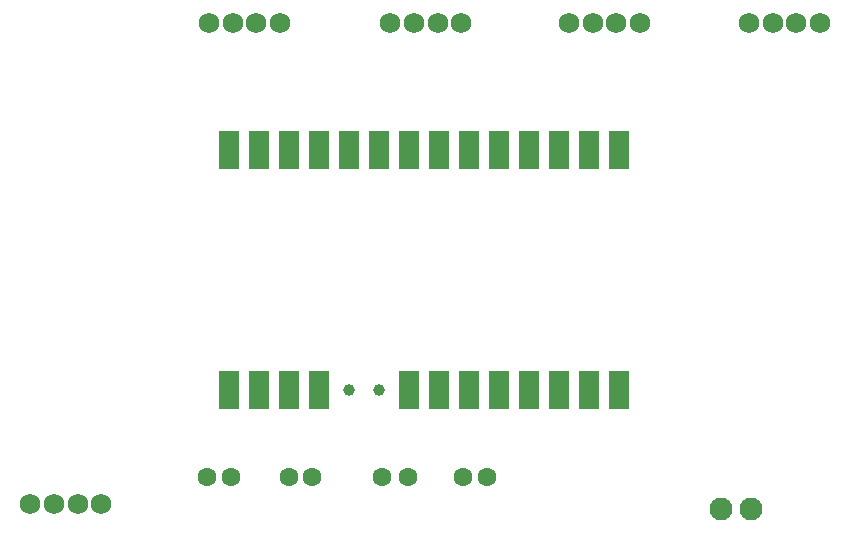
<source format=gts>
G04 Layer: TopSolderMaskLayer*
G04 EasyEDA v6.4.25, 2022-01-18T14:28:11+01:00*
G04 Gerber Generator version 0.2*
G04 Scale: 100 percent, Rotated: No, Reflected: No *
G04 Dimensions in millimeters *
G04 leading zeros omitted , absolute positions ,4 integer and 5 decimal *
%FSLAX45Y45*%
%MOMM*%

%ADD21C,1.7272*%
%ADD23C,1.0032*%
%ADD24C,1.9532*%
%ADD25C,1.6032*%

%LPD*%
D21*
G01*
X11996699Y4851400D03*
G01*
X11396700Y4851400D03*
G01*
X11596700Y4851400D03*
G01*
X11796699Y4851400D03*
G01*
X18079999Y8928100D03*
G01*
X17480000Y8928100D03*
G01*
X17680000Y8928100D03*
G01*
X17879999Y8928100D03*
G36*
X12995909Y5656326D02*
G01*
X12995909Y5976873D01*
X13166090Y5976873D01*
X13166090Y5656326D01*
G37*
G36*
X13249909Y5656326D02*
G01*
X13249909Y5976873D01*
X13420090Y5976873D01*
X13420090Y5656326D01*
G37*
G36*
X13503909Y5656326D02*
G01*
X13503909Y5976873D01*
X13674090Y5976873D01*
X13674090Y5656326D01*
G37*
G36*
X13757909Y5656326D02*
G01*
X13757909Y5976873D01*
X13928090Y5976873D01*
X13928090Y5656326D01*
G37*
D23*
G01*
X14351000Y5816600D03*
G36*
X14519909Y5656326D02*
G01*
X14519909Y5976873D01*
X14690090Y5976873D01*
X14690090Y5656326D01*
G37*
G36*
X14773909Y5656326D02*
G01*
X14773909Y5976873D01*
X14944090Y5976873D01*
X14944090Y5656326D01*
G37*
G36*
X15027909Y5656326D02*
G01*
X15027909Y5976873D01*
X15198090Y5976873D01*
X15198090Y5656326D01*
G37*
G36*
X15281909Y5656326D02*
G01*
X15281909Y5976873D01*
X15452090Y5976873D01*
X15452090Y5656326D01*
G37*
G36*
X15535909Y5656326D02*
G01*
X15535909Y5976873D01*
X15706090Y5976873D01*
X15706090Y5656326D01*
G37*
G36*
X15789909Y5656326D02*
G01*
X15789909Y5976873D01*
X15960090Y5976873D01*
X15960090Y5656326D01*
G37*
G36*
X16043909Y5656326D02*
G01*
X16043909Y5976873D01*
X16214090Y5976873D01*
X16214090Y5656326D01*
G37*
G36*
X16297909Y5656326D02*
G01*
X16297909Y5976873D01*
X16468090Y5976873D01*
X16468090Y5656326D01*
G37*
G36*
X12995909Y7688326D02*
G01*
X12995909Y8008873D01*
X13166090Y8008873D01*
X13166090Y7688326D01*
G37*
G36*
X13249909Y7688326D02*
G01*
X13249909Y8008873D01*
X13420090Y8008873D01*
X13420090Y7688326D01*
G37*
G36*
X13503909Y7688326D02*
G01*
X13503909Y8008873D01*
X13674090Y8008873D01*
X13674090Y7688326D01*
G37*
G36*
X13757909Y7688326D02*
G01*
X13757909Y8008873D01*
X13928090Y8008873D01*
X13928090Y7688326D01*
G37*
G36*
X14011909Y7688326D02*
G01*
X14011909Y8008873D01*
X14182090Y8008873D01*
X14182090Y7688326D01*
G37*
G36*
X14265909Y7688326D02*
G01*
X14265909Y8008873D01*
X14436090Y8008873D01*
X14436090Y7688326D01*
G37*
G36*
X14519909Y7688326D02*
G01*
X14519909Y8008873D01*
X14690090Y8008873D01*
X14690090Y7688326D01*
G37*
G36*
X14773909Y7688326D02*
G01*
X14773909Y8008873D01*
X14944090Y8008873D01*
X14944090Y7688326D01*
G37*
G36*
X15027909Y7688326D02*
G01*
X15027909Y8008873D01*
X15198090Y8008873D01*
X15198090Y7688326D01*
G37*
G36*
X15281909Y7688326D02*
G01*
X15281909Y8008873D01*
X15452090Y8008873D01*
X15452090Y7688326D01*
G37*
G36*
X15535909Y7688326D02*
G01*
X15535909Y8008873D01*
X15706090Y8008873D01*
X15706090Y7688326D01*
G37*
G36*
X15789909Y7688326D02*
G01*
X15789909Y8008873D01*
X15960090Y8008873D01*
X15960090Y7688326D01*
G37*
G36*
X16043909Y7688326D02*
G01*
X16043909Y8008873D01*
X16214090Y8008873D01*
X16214090Y7688326D01*
G37*
G36*
X16297909Y7688326D02*
G01*
X16297909Y8008873D01*
X16468090Y8008873D01*
X16468090Y7688326D01*
G37*
G01*
X14097000Y5816600D03*
D21*
G01*
X12908000Y8928100D03*
G01*
X13108000Y8928100D03*
G01*
X13307999Y8928100D03*
G01*
X13507999Y8928100D03*
G01*
X14444700Y8928100D03*
G01*
X14644700Y8928100D03*
G01*
X14844699Y8928100D03*
G01*
X15044699Y8928100D03*
G01*
X15956000Y8928100D03*
G01*
X16156000Y8928100D03*
G01*
X16355999Y8928100D03*
G01*
X16555999Y8928100D03*
D24*
G01*
X17246600Y4813300D03*
G01*
X17500600Y4813300D03*
D25*
G01*
X13093700Y5080000D03*
G01*
X12890500Y5080000D03*
G01*
X13589000Y5080000D03*
G01*
X13779500Y5080000D03*
G01*
X14376400Y5080000D03*
G01*
X14592300Y5080000D03*
G01*
X15062200Y5080000D03*
G01*
X15265400Y5080000D03*
M02*

</source>
